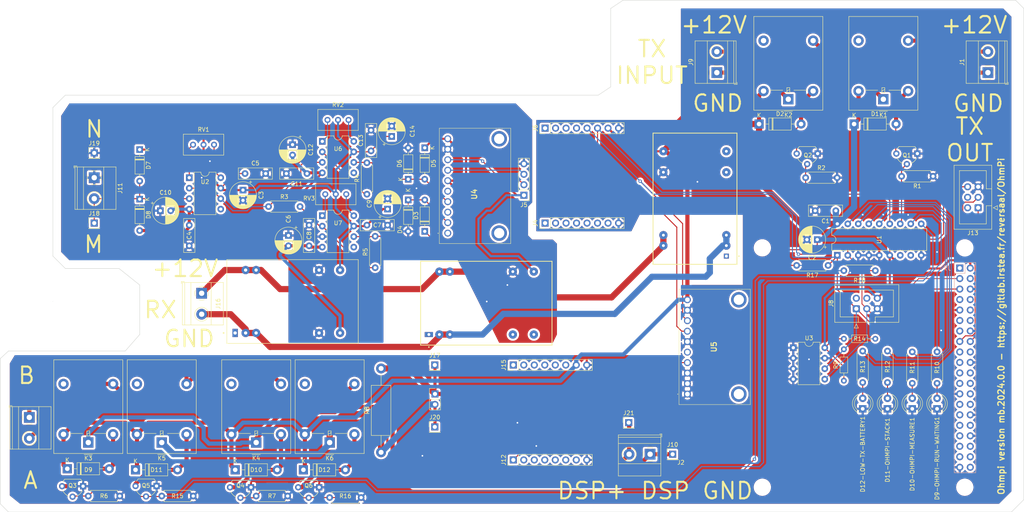
<source format=kicad_pcb>
(kicad_pcb (version 20211014) (generator pcbnew)
  (layers (0 "F.Cu" signal) (31 "B.Cu" signal) (34 "B.Paste" user) (35 "F.Paste" user) (36 "B.SilkS" user "B.Silkscreen") (37 "F.SilkS" user "F.Silkscreen") (38 "B.Mask" user) (39 "F.Mask" user) (44 "Edge.Cuts" user))
  (net 0 "")
  (net 1 "5VD")
  (net 2 "GNDD")
  (net 3 "GNDA")
  (net 4 "Net-(D1-Pad2)")
  (net 6 "SDA1")
  (net 8 "SCL1")
  (net 10 "Net-(R3-Pad2)")
  (net 11 "SCL2")
  (net 12 "SDA2")
  (net 14 "AN")
  (net 28 "SDA3")
  (net 29 "SCL3")
  (net 57 "/Relay_switch_dsp/out_12v_DSP")
  (net 58 "/Relay_switch_dsp/out_GND_DSP")
  (net 59 "/Current_injection_and_measurement/Input_DSP_+_alim")
  (net 60 "/Current_injection_and_measurement/Input_DSP_GND_alim")
  (net 61 "+12V_TX_bat")
  (net 62 "GND_TX_bat")
  (net 63 "/Vmn_measurement/Electrode_M")
  (net 64 "+12V_RX_bat")
  (net 65 "GND_RX_bat")
  (net 67 "-12V_A")
  (net 68 "+12V_A")
  (net 75 "5VA")
  (net 76 "Net-(J14-Pad2)")
  (net 77 "Net-(D5-Pad2)")
  (net 78 "GP2")
  (net 79 "GP3")
  (net 80 "GP0")
  (net 81 "GP1")
  (net 83 "Net-(D2-Pad2)")
  (net 103 "/Current_injection_and_measurement/A")
  (net 104 "/Current_injection_and_measurement/B")
  (net 105 "GP4")
  (net 106 "GP5")
  (net 107 "GP6")
  (net 108 "GP7")
  (net 109 "Net-(D3-Pad2)")
  (net 110 "Net-(D9-OHMPI-RUN-WAITING1-Pad2)")
  (net 111 "Net-(D10-OHMPI-MEASURE1-Pad2)")
  (net 112 "Net-(D11-OHMPI-STACK1-Pad2)")
  (net 113 "Net-(D12-LOW-TX-BATTERY1-Pad2)")
  (net 114 "Net-(R3-Pad1)")
  (net 115 "Net-(R4-Pad1)")
  (net 116 "Net-(RV1-Pad1)")
  (net 117 "Net-(RV1-Pad3)")
  (net 118 "Net-(RV2-Pad1)")
  (net 119 "Net-(RV2-Pad3)")
  (net 120 "Net-(RV3-Pad1)")
  (net 121 "Net-(RV3-Pad3)")
  (net 125 "Net-(D9-Pad2)")
  (net 126 "Net-(D10-Pad2)")
  (net 127 "Net-(D11-Pad2)")
  (net 128 "Net-(D12-Pad2)")
  (footprint "Potentiometer_THT:Potentiometer_Bourns_3296W_Vertical" (layer "F.Cu") (at 98.55 60)
    (fp_text reference "RV2")
    (fp_text value "10K")
  )
  (footprint "Resistor_THT:R_Axial_DIN0207_L6.3mm_D2.5mm_P7.62mm_Horizontal" (layer "F.Cu") (at 43.18 151.13 180)
    (fp_text reference "R6")
    (fp_text value "100k")
  )
  (footprint "TerminalBlock_Phoenix:TerminalBlock_Phoenix_MKDS-1,5-2-5.08_1x02_P5.08mm_Horizontal" (layer "F.Cu") (at 253.305 48.545 90)
    (fp_text reference "J1")
    (fp_text value "DSP_out_12v_GND")
  )
  (footprint "Resistor_THT:R_Axial_DIN0207_L6.3mm_D2.5mm_P7.62mm_Horizontal" (layer "F.Cu") (at 240.03 73.66 180)
    (fp_text reference "R1")
    (fp_text value "100k")
  )
  (footprint "TerminalBlock_Phoenix:TerminalBlock_Phoenix_MKDS-1,5-2-5.08_1x02_P5.08mm_Horizontal" (layer "F.Cu") (at 187.695 48.545 90)
    (fp_text reference "J9")
    (fp_text value "TX_bat")
  )
  (footprint "Relay_THT:Relay_SPDT_Omron-G5LE-1" (layer "F.Cu") (at 93.98 138.1675 180)
    (fp_text reference "K6")
    (fp_text value "G5LE-1")
  )
  (footprint "LED_THT:LED_D4.0mm" (layer "F.Cu") (at 235 130 90)
    (fp_text reference "D10-OHMPI-MEASURE1")
    (fp_text value "LED")
  )
  (footprint "Relay_THT:Relay_SPDT_Omron-G5LE-1" (layer "F.Cu") (at 228 55 180)
    (fp_text reference "K1")
    (fp_text value "G5LE-1")
  )
  (footprint "Connector_PinHeader_2.54mm:PinHeader_1x01_P2.54mm_Vertical" (layer "F.Cu") (at 37 85)
    (fp_text reference "J18")
    (fp_text value "ELEC_M")
  )
  (footprint "Connector_PinHeader_2.54mm:PinHeader_1x01_P2.54mm_Vertical" (layer "F.Cu") (at 119.43 134.38)
    (fp_text reference "J20")
    (fp_text value "shunt +")
  )
  (footprint "" (layer "F.Cu") (at 247.71 150)
    (fp_text reference "")
    (fp_text value "")
  )
  (footprint "Relay_THT:Relay_SPDT_Omron-G5LE-1" (layer "F.Cu") (at 76.2 138.1675 180)
    (fp_text reference "K4")
    (fp_text value "G5LE-1")
  )
  (footprint "Diode_THT:D_DO-41_SOD81_P10.16mm_Horizontal" (layer "F.Cu") (at 71.12 144.78)
    (fp_text reference "D10")
    (fp_text value "1N4001")
  )
  (footprint "" (layer "F.Cu") (at 247.71 91)
    (fp_text reference "")
    (fp_text value "")
  )
  (footprint "Resistor_THT:R_Axial_DIN0207_L6.3mm_D2.5mm_P7.62mm_Horizontal" (layer "F.Cu") (at 209.19 74)
    (fp_text reference "R2")
    (fp_text value "100k")
  )
  (footprint "Diode_THT:D_DO-35_SOD27_P7.62mm_Horizontal" (layer "F.Cu") (at 48 79.19 -90)
    (fp_text reference "D8")
    (fp_text value "BAT86")
  )
  (footprint "Capacitor_THT:C_Disc_D8.0mm_W2.5mm_P5.00mm" (layer "F.Cu") (at 103 85.5)
    (fp_text reference "C7")
    (fp_text value "100nF")
  )
  (footprint "Resistor_THT:R_Axial_DIN0207_L6.3mm_D2.5mm_P7.62mm_Horizontal" (layer "F.Cu") (at 229 116 -90)
    (fp_text reference "R12")
    (fp_text value "330 ohms")
  )
  (footprint "Connector_PinHeader_2.54mm:PinHeader_1x08_P2.54mm_Vertical" (layer "F.Cu") (at 146.125 85 90)
    (fp_text reference "J4")
    (fp_text value "Conn_01x08_Female")
  )
  (footprint "Resistor_THT:R_Axial_DIN0207_L6.3mm_D2.5mm_P7.62mm_Horizontal" (layer "F.Cu") (at 223 116 -90)
    (fp_text reference "R13")
    (fp_text value "330 ohms")
  )
  (footprint "Connector_PinHeader_2.54mm:PinHeader_1x08_P2.54mm_Vertical" (layer "F.Cu") (at 146.125 62 90)
    (fp_text reference "J6")
    (fp_text value "Conn_01x08_Female")
  )
  (footprint "Connector_PinHeader_2.54mm:PinHeader_1x04_P2.54mm_Vertical" (layer "F.Cu") (at 141 78.25 180)
    (fp_text reference "J5")
    (fp_text value "Conn_01x04_Female")
  )
  (footprint "Capacitor_THT:C_Disc_D8.0mm_W2.5mm_P5.00mm" (layer "F.Cu") (at 104 67.5 90)
    (fp_text reference "C13")
    (fp_text value "100nF")
  )
  (footprint "Connector_IDC:IDC-Header_2x03_P2.54mm_Vertical" (layer "F.Cu") (at 250.9425 81.285 180)
    (fp_text reference "J13")
    (fp_text value "Connector_I2C_for_mux")
  )
  (footprint "1085:1085" (layer "F.Cu") (at 122.571 87.43 -90)
    (fp_text reference "U4")
    (fp_text value "1115-Adress=0X49" hide)
  )
  (footprint "Package_DIP:DIP-18_W7.62mm" (layer "F.Cu") (at 216.85 92.8 90)
    (fp_text reference "U1")
    (fp_text value "MCP23008-xP")
  )
  (footprint "THD_15-1222N:CONV_THD_15-1222N" (layer "F.Cu") (at 85 104)
    (fp_text reference "Alim_analog_Vmn_measurement_ina128P_lm158" hide)
    (fp_text value "THD_15-1222N")
  )
  (footprint "Connector_IDC:IDC-Header_2x03_P2.54mm_Vertical" (layer "F.Cu") (at 221.455 105.7525 90)
    (fp_text reference "J8")
    (fp_text value "Connector_I2C_for_MCP23008")
  )
  (footprint "Package_DIP:DIP-8_W7.62mm" (layer "F.Cu") (at 206.2 115.2)
    (fp_text reference "U3")
    (fp_text value "24LC02")
  )
  (footprint "Resistor_THT:R_Axial_DIN0207_L6.3mm_D2.5mm_P7.62mm_Horizontal" (layer "F.Cu") (at 105 95.81 90)
    (fp_text reference "R5")
    (fp_text value "1k")
  )
  (footprint "Connector_PinHeader_2.54mm:PinHeader_1x02_P2.54mm_Vertical" (layer "F.Cu") (at 119.475 126.395)
    (fp_text reference "J14" hide)
    (fp_text value "Conn_01x02_Female")
  )
  (footprint "Resistor_THT:R_Axial_DIN0207_L6.3mm_D2.5mm_P7.62mm_Horizontal" (layer "F.Cu") (at 103 78 90)
    (fp_text reference "R4")
    (fp_text value "1k")
  )
  (footprint "Diode_THT:D_DO-35_SOD27_P7.62mm_Horizontal" (layer "F.Cu") (at 48 67.19 -90)
    (fp_text reference "D7")
    (fp_text value "BAT86")
  )
  (footprint "Diode_THT:D_DO-35_SOD27_P7.62mm_Horizontal" (layer "F.Cu") (at 117 66.76 -90)
    (fp_text reference "D5")
    (fp_text value "BAT86")
  )
  (footprint "Package_TO_SOT_THT:TO-92L_Wide" (layer "F.Cu") (at 91.45 149.01 180)
    (fp_text reference "Q6")
    (fp_text value "ZVN4206ASTZ")
  )
  (footprint "TerminalBlock_Phoenix:TerminalBlock_Phoenix_MKDS-1,5-2-5.08_1x02_P5.08mm_Horizontal" (layer "F.Cu") (at 21.285 132.075 -90)
    (fp_text reference "J3" hide)
    (fp_text value "Screw_Terminal_AB" hide)
  )
  (footprint "Package_TO_SOT_THT:TO-92L_Wide" (layer "F.Cu") (at 52.08 148.7 180)
    (fp_text reference "Q5")
    (fp_text value "ZVN4206ASTZ")
  )
  (footprint "Package_TO_SOT_THT:TO-92L_Wide" (layer "F.Cu") (at 236.23 68.16 180)
    (fp_text reference "Q1")
    (fp_text value "ZVN4206ASTZ")
  )
  (footprint "Resistor_THT:R_Axial_DIN0207_L6.3mm_D2.5mm_P7.62mm_Horizontal" (layer "F.Cu") (at 60.96 151.13 180)
    (fp_text reference "R15")
    (fp_text value "100k")
  )
  (footprint "" (layer "F.Cu") (at 203 149)
    (fp_text reference "")
    (fp_text value "")
  )
  (footprint "Capacitor_THT:C_Disc_D8.0mm_W2.5mm_P5.00mm" (layer "F.Cu") (at 73.5 73)
    (fp_text reference "C5")
    (fp_text value "100nF")
  )
  (footprint "Capacitor_THT:CP_Radial_D6.3mm_P2.50mm" (layer "F.Cu") (at 53 82)
    (fp_text reference "C10")
    (fp_text value "10uF")
  )
  (footprint "Capacitor_THT:CP_Radial_D6.3mm_P2.50mm" (layer "F.Cu") (at 212 89 180)
    (fp_text reference "C2")
    (fp_text value "10uF")
  )
  (footprint "TerminalBlock_Phoenix:TerminalBlock_Phoenix_MKDS-1,5-2-5.08_1x02_P5.08mm_Horizontal" (layer "F.Cu") (at 171.545 141 180)
    (fp_text reference "J2")
    (fp_text value "DPS5005_input_0_to_50V")
  )
  (footprint "Resistor_THT:R_Axial_DIN0207_L6.3mm_D2.5mm_P7.62mm_Horizontal" (layer "F.Cu") (at 226.06 96.52 180)
    (fp_text reference "R18")
    (fp_text value "4.7K")
  )
  (footprint "Package_DIP:DIP-8_W7.62mm" (layer "F.Cu") (at 92.2 65.2)
    (fp_text reference "U6")
    (fp_text value "OP07")
  )
  (footprint "Resistor_THT:R_Axial_DIN0207_L6.3mm_D2.5mm_P7.62mm_Horizontal" (layer "F.Cu") (at 214.63 95.25 180)
    (fp_text reference "R17")
    (fp_text value "4.7K")
  )
  (footprint "Diode_THT:D_DO-35_SOD27_P7.62mm_Horizontal" (layer "F.Cu") (at 113 74.38 90)
    (fp_text reference "D6")
    (fp_text value "BAT86")
  )
  (footprint "Connector_PinHeader_2.54mm:PinHeader_1x01_P2.54mm_Vertical" (layer "F.Cu") (at 37 68)
    (fp_text reference "J19")
    (fp_text value "ELEC_N")
  )
  (footprint "1085:1085" (layer "F.Cu") (at 180.571 126.43 -90)
    (fp_text reference "U5")
    (fp_text value "1115-Adress=0X48" hide)
  )
  (footprint "THD_15-1211N:THD151211N" (layer "F.Cu") (at 118 112 90)
    (fp_text reference "Alim_5V_I2C_isolator_Vmn_measurement1" hide)
    (fp_text value "THD_15-1211N" hide)
  )
  (footprint "LED_THT:LED_D4.0mm" (layer "F.Cu") (at 241 130 90)
    (fp_text reference "D9-OHMPI-RUN-WAITING1")
    (fp_text value "LED")
  )
  (footprint "Diode_THT:D_DO-41_SOD81_P10.16mm_Horizontal" (layer "F.Cu") (at 46.99 144.78)
    (fp_text reference "D11")
    (fp_text value "1N4001")
  )
  (footprint "Diode_THT:D_DO-41_SOD81_P10.16mm_Horizontal" (layer "F.Cu") (at 197.92 61)
    (fp_text reference "D2")
    (fp_text value "1N4001")
  )
  (footprint "Resistor_THT:R_Axial_DIN0207_L6.3mm_D2.5mm_P7.62mm_Horizontal" (layer "F.Cu") (at 83.82 151.13 180)
    (fp_text reference "R7")
    (fp_text value "100k")
  )
  (footprint "Package_DIP:DIP-8_W7.62mm" (layer "F.Cu") (at 92.2 83.2)
    (fp_text reference "U7")
    (fp_text value "OP07")
  )
  (footprint "Capacitor_THT:CP_Radial_D6.3mm_P2.50mm" (layer "F.Cu") (at 108 81.6 90)
    (fp_text reference "C9")
    (fp_text value "10uF")
  )
  (footprint "Diode_THT:D_DO-35_SOD27_P7.62mm_Horizontal" (layer "F.Cu") (at 117 87 90)
    (fp_text reference "D3")
    (fp_text value "BAT86")
  )
  (footprint "Connector_PinHeader_2.54mm:PinHeader_1x08_P2.54mm_Vertical" (layer "F.Cu") (at 138.43 142.38 90)
    (fp_text reference "J12")
    (fp_text value "Conn_01x08_Female")
  )
  (footprint "Connector_PinHeader_2.54mm:PinHeader_1x01_P2.54mm_Vertical" (layer "F.Cu") (at 119.43 119.38)
    (fp_text reference "J17")
    (fp_text value "DSP GND")
  )
  (footprint "Diode_THT:D_DO-41_SOD81_P10.16mm_Horizontal" (layer "F.Cu") (at 87.63 144.78)
    (fp_text reference "D12")
    (fp_text value "1N4001")
  )
  (footprint "Diode_THT:D_DO-41_SOD81_P10.16mm_Horizontal" (layer "F.Cu") (at 220.92 61)
    (fp_text reference "D1")
    (fp_text value "1N4001")
  )
  (footprint "LED_THT:LED_D4.0mm" (layer "F.Cu") (at 229 130 90)
    (fp_text reference "D11-OHMPI-STACK1")
    (fp_text value "LED")
  )
  (footprint "Resistor_THT:R_Axial_DIN0204_L3.6mm_D1.6mm_P7.62mm_Horizontal" (layer "F.Cu") (at 218.44 113.03)
    (fp_text reference "R14")
    (fp_text value "4K7")
  )
  (footprint "Package_TO_SOT_THT:TO-92L_Wide" (layer "F.Cu") (at 74.94 149.01 180)
    (fp_text reference "Q4")
    (fp_text value "ZVN4206ASTZ")
  )
  (footprint "Diode_THT:D_DO-41_SOD81_P10.16mm_Horizontal" (layer "F.Cu") (at 30.48 144.5175)
    (fp_text reference "D9")
    (fp_text value "1N4001")
  )
  (footprint "" (layer "F.Cu") (at 202 91)
    (fp_text reference "")
    (fp_text value "")
  )
  (footprint "Relay_THT:Relay_SPDT_Omron-G5LE-1" (layer "F.Cu") (at 205 55 180)
    (fp_text reference "K2")
    (fp_text value "G5LE-1")
  )
  (footprint "Resistor_THT:R_Axial_DIN0207_L6.3mm_D2.5mm_P7.62mm_Horizontal" (layer "F.Cu") (at 79.19 81)
    (fp_text reference "R3")
    (fp_text value "1k")
  )
  (footprint "Capacitor_THT:C_Disc_D8.0mm_W2.5mm_P5.00mm" (layer "F.Cu") (at 89 90.5 90)
    (fp_text reference "C8")
    (fp_text value "100nF")
  )
  (footprint "Potentiometer_THT:Potentiometer_Bourns_3296W_Vertical" (layer "F.Cu") (at 98 78)
    (fp_text reference "RV3")
    (fp_text value "10K")
  )
  (footprint "THD_15-1211N:THD151211N" (layer "F.Cu") (at 190 93 180)
    (fp_text reference "Alim_5V_Digital_rasp_iso1540_mcp23008_current_7_click1" hide)
    (fp_text value "THD_15-1211N" hide)
  )
  (footprint "Package_TO_SOT_THT:TO-92L_Wide" (layer "F.Cu") (at 34.3 148.7475 180)
    (fp_text reference "Q3")
    (fp_text value "ZVN4206ASTZ")
  )
  (footprint "Capacitor_THT:CP_Radial_D6.3mm_P2.50mm" (layer "F.Cu") (at 73 77 -90)
    (fp_text reference "C3")
    (fp_text value "10uF")
  )
  (footprint "Potentiometer_THT:Potentiometer_Bourns_3296W_Vertical" (layer "F.Cu") (at 66 66)
    (fp_text reference "RV1")
    (fp_text value "10K")
  )
  (footprint "Resistor_THT:R_Axial_DIN0207_L6.3mm_D2.5mm_P7.62mm_Horizontal" (layer "F.Cu") (at 101.6 151.5 180)
    (fp_text reference "R16")
    (fp_text value "100k")
  )
  (footprint "Capacitor_THT:CP_Radial_D6.3mm_P2.50mm" (layer "F.Cu") (at 84 88 -90)
    (fp_text reference "C6")
    (fp_text value "10uF")
  )
  (footprint "Resistor_THT:R_Axial_DIN0204_L3.6mm_D1.6mm_P7.62mm_Horizontal" (layer "F.Cu") (at 218.44 123.19 90)
    (fp_text reference "R9")
    (fp_text value "4K7")
  )
  (footprint "Resistor_THT:R_Axial_DIN0207_L6.3mm_D2.5mm_P7.62mm_Horizontal" (layer "F.Cu") (at 241 116.19 -90)
    (fp_text reference "R10")
    (fp_text value "330 ohms")
  )
  (footprint "Connector_PinHeader_2.54mm:PinHeader_1x01_P2.54mm_Vertical" (layer "F.Cu") (at 177 141)
    (fp_text reference "J10")
    (fp_text value "DSP+")
  )
  (footprint "LED_THT:LED_D4.0mm" (layer "F.Cu") (at 223 130 90)
    (fp_text reference "D12-LOW-TX-BATTERY1")
    (fp_text value "LED")
  )
  (footprint "Connector_PinHeader_2.54mm:PinHeader_1x01_P2.54mm_Vertical" (layer "F.Cu") (at 166.37 133.35)
    (fp_text reference "J21")
    (fp_text value "shunt -")
  )
  (footprint "Capacitor_THT:CP_Radial_D6.3mm_P2.50mm" (layer "F.Cu") (at 109 64 90)
    (fp_text reference "C14")
    (fp_text value "10uF")
  )
  (footprint "Package_DIP:DIP-8_W7.62mm" (layer "F.Cu") (at 60 74)
    (fp_text reference "U2")
    (fp_text value "OP07")
  )
  (footprint "Capacitor_THT:C_Disc_D8.0mm_W2.5mm_P5.00mm" (layer "F.Cu") (at 60 85.5 -90)
    (fp_text reference "C4")
    (fp_text value "100nF")
  )
  (footprint "TerminalBlock_Phoenix:TerminalBlock_Phoenix_MKDS-1,5-2-5.08_1x02_P5.08mm_Horizontal" (layer "F.Cu") (at 63 102 -90)
    (fp_text reference "J16")
    (fp_text value "RX_bat")
  )
  (footprint "Capacitor_THT:C_Disc_D8.0mm_W2.5mm_P5.00mm" (layer "F.Cu") (at 88.5 73 180)
    (fp_text reference "C11")
    (fp_text value "100nF")
  )
  (footprint "Capacitor_THT:C_Disc_D8.0mm_W2.5mm_P5.00mm" (layer "F.Cu") (at 216.5 82 180)
    (fp_text reference "C1")
    (fp_text value "100nF")
  )
  (footprint "Diode_THT:D_DO-35_SOD27_P7.62mm_Horizontal" (layer "F.Cu") (at 113 79.38 -90)
    (fp_text reference "D4")
    (fp_text value "BAT86")
  )
  (footprint "Relay_THT:Relay_SPDT_Omron-G5LE-1" (layer "F.Cu") (at 35.56 138.1675 180)
    (fp_text reference "K3")
    (fp_text value "G5LE-1")
  )
  (footprint "Resistor_THT:R_Axial_DIN0414_L11.9mm_D4.5mm_P20.32mm_Horizontal" (layer "F.Cu") (at 106.43 140.54 90)
    (fp_text reference "R8")
    (fp_text value "2 ohms")
  )
  (footprint "Resistor_THT:R_Axial_DIN0207_L6.3mm_D2.5mm_P7.62mm_Horizontal" (layer "F.Cu") (at 235 116.19 -90)
    (fp_text reference "R11")
    (fp_text value "330 ohms")
  )
  (footprint "TerminalBlock_Phoenix:TerminalBlock_Phoenix_MKDS-1,5-2-5.08_1x02_P5.08mm_Horizontal" (layer "F.Cu") (at 37 74 -90)
    (fp_text reference "J11")
    (fp_text value "Screw_Terminal_VMN")
  )
  (footprint "Capacitor_THT:CP_Radial_D6.3mm_P2.50mm" (layer "F.Cu") (at 85 66 -90)
    (fp_text reference "C12")
    (fp_text value "10uF")
  )
  (footprint "Connector_PinHeader_2.54mm:PinHeader_1x08_P2.54mm_Vertical" (layer "F.Cu") (at 138.43 119.38 90)
    (fp_text reference "J15")
    (fp_text value "Conn_01x08_Female")
  )
  (footprint "Relay_THT:Relay_SPDT_Omron-G5LE-1" (layer "F.Cu") (at 53.34 138.1675 180)
    (fp_text reference "K5")
    (fp_text value "G5LE-1")
  )
  (footprint "Package_TO_SOT_THT:TO-92L_Wide" (layer "F.Cu") (at 212.1 68.16 180)
    (fp_text reference "Q2")
    (fp_text value "ZVN4206ASTZ")
  )
  (footprint "Connector_PinSocket_2.54mm:PinSocket_2x20_P2.54mm_Vertical" (layer "B.Cu") (at 246.5 95.9 180)
    (fp_text reference "J7")
    (fp_text value "Raspberry_Pi_2_3")
  )
  (gr_line (start 165 31) (end 162 33) (layer "Edge.Cuts") (width 0.1))
  (gr_line (start 44.5 116) (end 16.24 116) (layer "Edge.Cuts") (width 0.1))
  (gr_line (start 162 33) (end 162 52) (layer "Edge.Cuts") (width 0.1))
  (gr_line (start 27 93) (end 30 96) (layer "Edge.Cuts") (width 0.1))
  (gr_line (start 30 54) (end 27 57) (layer "Edge.Cuts") (width 0.1))
  (gr_line (start 48 100) (end 43 96) (layer "Edge.Cuts") (width 0.1))
  (gr_line (start 159 54) (end 30 54) (layer "Edge.Cuts") (width 0.1))
  (gr_line (start 260 31) (end 165 31) (layer "Edge.Cuts") (width 0.1))
  (gr_line (start 27 104) (end 27 104) (layer "Edge.Cuts") (width 0.1))
  (gr_line (start 262 152) (end 262 33) (layer "Edge.Cuts") (width 0.1))
  (gr_line (start 30 96) (end 43 96) (layer "Edge.Cuts") (width 0.1))
  (gr_line (start 16.24 116) (end 14.24 117.84) (layer "Edge.Cuts") (width 0.1))
  (gr_line (start 162 52) (end 159 54) (layer "Edge.Cuts") (width 0.1))
  (gr_line (start 14.24 153) (end 16.24 155) (layer "Edge.Cuts") (width 0.1))
  (gr_line (start 14.24 117.84) (end 14.24 153) (layer "Edge.Cuts") (width 0.1))
  (gr_line (start 259 155) (end 262 152) (layer "Edge.Cuts") (width 0.1))
  (gr_line (start 48 112) (end 48 100) (layer "Edge.Cuts") (width 0.1))
  (gr_line (start 27 57) (end 27 93) (layer "Edge.Cuts") (width 0.1))
  (gr_line (start 48 112) (end 44.5 116) (layer "Edge.Cuts") (width 0.1))
  (gr_line (start 16.24 155) (end 259 155) (layer "Edge.Cuts") (width 0.1))
  (gr_line (start 260 31) (end 262 33) (layer "Edge.Cuts") (width 0.1))
  (gr_text "+12V" (at 187 37) (layer "F.SilkS") (effects (font (size 4 4) (thickness 0.5))))
  (gr_text "DSP GND" (at 182.88 149.86) (layer "F.SilkS") (effects (font (size 4 4) (thickness 0.5))))
  (gr_text "M" (at 36.83 90.17) (layer "F.SilkS") (effects (font (size 4 4) (thickness 0.5))))
  (gr_text "B" (at 20.601958 121.92) (layer "F.SilkS") (effects (font (size 4 4) (thickness 0.5))))
  (gr_text "RX" (at 53 106) (layer "F.SilkS") (effects (font (size 4 4) (thickness 0.5))))
  (gr_text "GND" (at 251 56) (layer "F.SilkS") (effects (font (size 4 4) (thickness 0.5))))
  (gr_text "GND" (at 187.932659 55.972876) (layer "F.SilkS") (effects (font (size 4 4) (thickness 0.5))))
  (gr_text "TX\nOUT" (at 248.92 64.77) (layer "F.SilkS") (effects (font (size 4 4) (thickness 0.5))))
  (gr_text "GND" (at 60 113) (layer "F.SilkS") (effects (font (size 4 4) (thickness 0.5))))
  (gr_text "Ohmpi version mb.2024.0.0 - https://gitlab.irstea.fr/reversaal/OhmPi" (at 256.54 110 90) (layer "F.SilkS") (effects (font (size 1.5 1.5) (thickness 0.3))))
  (gr_text "+12V" (at 59 96) (layer "F.SilkS") (effects (font (size 4 4) (thickness 0.5))))
  (gr_text "DSP+" (at 157.48 149.86) (layer "F.SilkS") (effects (font (size 4 4) (thickness 0.5))))
  (gr_text "+12V" (at 250 37) (layer "F.SilkS") (effects (font (size 4 4) (thickness 0.5))))
  (gr_text "N" (at 37 62.23) (layer "F.SilkS") (effects (font (size 4 4) (thickness 0.5))))
  (gr_text "A" (at 21.5855 147.32) (layer "F.SilkS") (effects (font (size 4 4) (thickness 0.5))))
  (gr_text "TX\nINPUT" (at 172 46) (layer "F.SilkS") (effects (font (size 4 4) (thickness 0.5))))
  (segment (start 246.385 76.205) (end 246.38 76.2) (width 0.25) (layer "F.Cu") (net 1))
  (segment (start 242 96) (end 244 94) (width 0.5) (layer "F.Cu") (net 1))
  (segment (start 241.3 88.9) (end 231.14 88.9) (width 0.25) (layer "F.Cu") (net 1))
  (segment (start 199 53) (end 197.92 54.08) (width 1) (layer "F.Cu") (net 1))
  (segment (start 242.57 80.01) (end 242.57 87.63) (width 0.25) (layer "F.Cu") (net 1))
  (segment (start 47.34 136.1675) (end 47.34 144.43) (width 1) (layer "F.Cu") (net 1))
  (segment (start 47.34 136.1675) (end 50.1575 133.35) (width 1) (layer "F.Cu") (net 1))
  (segment (start 207.01 95.25) (end 205.74 95.25) (width 0.25) (layer "F.Cu") (net 1))
  (segment (start 197.92 54.08) (end 197.92 61) (width 1) (layer "F.Cu") (net 1))
  (segment (start 67.3825 133.35) (end 70.2 136.1675) (width 1) (layer "F.Cu") (net 1))
  (segment (start 242.57 87.63) (end 241.3 88.9) (width 0.25) (layer "F.Cu") (net 1))
  (segment (start 244 94) (end 248.342081 94) (width 0.5) (layer "F.Cu") (net 1))
  (segment (start 229.55 92.8) (end 232.75 96) (width 0.5) (layer "F.Cu") (net 1))
  (segment (start 232.75 96) (end 242 96) (width 0.5) (layer "F.Cu") (net 1))
  (segment (start 174.76 67.6) (end 166.965 67.6) (width 0.5) (layer "F.Cu") (net 1))
  (segment (start 229.55 90.49) (end 229.55 92.8) (width 0.25) (layer "F.Cu") (net 1))
  (segment (start 204.47 93.98) (end 204.47 91.44) (width 0.25) (layer "F.Cu") (net 1))
  (segment (start 87.98 136.1675) (end 87.98 144.43) (width 1) (layer "F.Cu") (net 1))
  (segment (start 248.4025 76.205) (end 246.385 76.205) (width 0.25) (layer "F.Cu") (net 1))
  (segment (start 181.36 61) (end 174.76 67.6) (width 1.5) (layer "F.Cu") (net 1))
  (segment (start 70.2 143.86) (end 71.12 144.78) (width 1) (layer "F.Cu") (net 1))
  (segment (start 44.5225 133.35) (end 47.34 136.1675) (width 1) (layer "F.Cu") (net 1))
  (segment (start 29.56 143.5975) (end 30.48 144.5175) (width 1) (layer "F.Cu") (net 1))
  (segment (start 210.82 91.44) (end 212 90.26) (width 0.25) (layer "F.Cu") (net 1))
  (segment (start 180.571 72.771) (end 175.4 67.6) (width 1) (layer "F.Cu") (net 1))
  (segment (start 218.44 113.03) (end 215.99 113.03) (width 0.25) (layer "F.Cu") (net 1))
  (segment (start 222 59.92) (end 220.92 61) (width 1) (layer "F.Cu") (net 1))
  (segment (start 212 90.26) (end 212 89) (width 0.25) (layer "F.Cu") (net 1))
  (segment (start 87.98 144.43) (end 87.63 144.78) (width 1) (layer "F.Cu") (net 1))
  (segment (start 246.38 76.2) (end 242.57 80.01) (width 0.25) (layer "F.Cu") (net 1))
  (segment (start 197.92 61) (end 181.36 61) (width 1.5) (layer "F.Cu") (net 1))
  (segment (start 213.82 115.2) (end 218.44 119.82) (width 0.25) (layer "F.Cu") (net 1))
  (segment (start 166.965 67.6) (end 161.365 62) (width 0.5) (layer "F.Cu") (net 1))
  (segment (start 205.74 95.25) (end 204.47 93.98) (width 0.25) (layer "F.Cu") (net 1))
  (segment (start 180.571 103.57) (end 180.571 72.771) (width 1) (layer "F.Cu") (net 1))
  (segment (start 249.04 94.697919) (end 249.04 95.9) (width 0.5) (layer "F.Cu") (net 1))
  (segment (start 50.1575 133.35) (end 67.3825 133.35) (width 1) (layer "F.Cu") (net 1))
  (segment (start 70.2 136.1675) (end 70.2 143.86) (width 1) (layer "F.Cu") (net 1))
  (segment (start 216.85 85.18) (end 208.18 85.18) (width 1.5) (layer "F.Cu") (net 1))
  (segment (start 197.92 74.92) (end 197.92 61) (width 1.5) (layer "F.Cu") (net 1))
  (segment (start 248.342081 94) (end 249.04 94.697919) (width 0.5) (layer "F.Cu") (net 1))
  (segment (start 29.56 136.1675) (end 29.56 143.5975) (width 1) (layer "F.Cu") (net 1))
  (segment (start 208.18 85.18) (end 197.92 74.92) (width 1.5) (layer "F.Cu") (net 1))
  (segment (start 218.44 119.82) (end 218.44 123.19) (width 0.25) (layer "F.Cu") (net 1))
  (segment (start 29.56 136.1675) (end 32.3775 133.35) (width 1) (layer "F.Cu") (net 1))
  (segment (start 222 53) (end 222 59.92) (width 1) (layer "F.Cu") (net 1))
  (segment (start 229.55 100.1975) (end 226.535 103.2125) (width 0.5) (layer "F.Cu") (net 1))
  (segment (start 47.34 144.43) (end 46.99 144.78) (width 1) (layer "F.Cu") (net 1))
  (segment (start 204.47 91.44) (end 210.82 91.44) (width 0.25) (layer "F.Cu") (net 1))
  (segment (start 215.99 113.03) (end 213.82 115.2) (width 0.25) (layer "F.Cu") (net 1))
  (segment (start 231.14 88.9) (end 229.55 90.49) (width 0.25) (layer "F.Cu") (net 1))
  (segment (start 229.55 92.8) (end 229.55 100.1975) (width 0.5) (layer "F.Cu") (net 1))
  (segment (start 32.3775 133.35) (end 44.5225 133.35) (width 1) (layer "F.Cu") (net 1))
  (segment (start 225.75 89) (end 229.55 92.8) (width 1) (layer "B.Cu") (net 1))
  (segment (start 220.92 61) (end 220.92 81.11) (width 1.5) (layer "B.Cu") (net 1))
  (segment (start 213.82 103.18) (end 216 101) (width 0.5) (layer "B.Cu") (net 1))
  (segment (start 180.571 103.57) (end 178.37 103.57) (width 1) (layer "B.Cu") (net 1))
  (segment (start 92.0675 132.08) (end 87.98 136.1675) (width 1) (layer "B.Cu") (net 1))
  (segment (start 109.22 123.19) (end 100.33 132.08) (width 1) (layer "B.Cu") (net 1))
  (segment (start 216.5 82) (end 216.5 84.83) (width 1.5) (layer "B.Cu") (net 1))
  (segment (start 213.82 115.2) (end 213.82 103.18) (width 0.5) (layer "B.Cu") (net 1))
  (segment (start 224.3225 101) (end 226.535 103.2125) (width 0.5) (layer "B.Cu") (net 1))
  (segment (start 153.67 118.11) (end 154.94 116.84) (width 1) (layer "B.Cu") (net 1))
  (segment (start 209.55 95.25) (end 210.82 96.52) (width 0.25) (layer "B.Cu") (net 1))
  (segment (start 100.33 132.08) (end 92.0675 132.08) (width 1) (layer "B.Cu") (net 1))
  (segment (start 210.82 96.52) (end 218.44 96.52) (width 0.25) (layer "B.Cu") (net 1))
  (segment (start 216 101) (end 224.3225 101) (width 0.5) (layer "B.Cu") (net 1))
  (segment (start 212 89) (end 225.75 89) (width 1) (layer "B.Cu") (net 1))
  (segment (start 85.1625 133.35) (end 87.98 136.1675) (width 1) (layer "B.Cu") (net 1))
  (segment (start 213.03 89) (end 216.85 85.18) (width 1) (layer "B.Cu") (net 1))
  (segment (start 178.37 103.57) (end 165.1 116.84) (width 1) (layer "B.Cu") (net 1))
  (segment (start 154.94 116.84) (end 165.1 116.84) (width 1) (layer "B.Cu") (net 1))
  (segment (start 207.01 95.25) (end 209.55 95.25) (width 0.25) (layer "B.Cu") (net 1))
  (segment (start 153.67 119.38) (end 149.86 123.19) (width 1) (layer "B.Cu") (net 1))
  (segment (start 149.86 123.19) (end 109.22 123.19) (width 1) (layer "B.Cu") (net 1))
  (segment (start 70.2 136.1675) (end 73.0175 133.35) (width 1) (layer "B.Cu") (net 1))
  (segment (start 216.5 84.83) (end 216.85 85.18) (width 1.5) (layer "B.Cu") (net 1))
  (segment (start 212 89) (end 213.03 89) (width 1) (layer "B.Cu") (net 1))
  (segment (start 73.0175 133.35) (end 85.1625 133.35) (width 1) (layer "B.Cu") (net 1))
  (segment (start 153.67 119.38) (end 153.67 118.11) (width 1) (layer "B.Cu") (net 1))
  (segment (start 220.92 81.11) (end 216.85 85.18) (width 1.5) (layer "B.Cu") (net 1))
  (via (at 220 97) (size 0.8) (drill 0.4) (layers "F.Cu" "B.Cu") (net 2))
  (via (at 227.96551 82.95523) (size 0.8) (drill 0.4) (layers "F.Cu" "B.Cu") (net 2))
  (via (at 242 111) (size 0.8) (drill 0.4) (layers "F.Cu" "B.Cu") (net 2))
  (via (at 116.43 141.38) (size 0.8) (drill 0.4) (layers "F.Cu" "B.Cu") (net 2))
  (via (at 183 75) (size 0.8) (drill 0.4) (layers "F.Cu" "B.Cu") (net 2))
  (via (at 210 118) (size 0.8) (drill 0.4) (layers "F.Cu" "B.Cu") (net 2))
  (via (at 234 83) (size 0.8) (drill 0.4) (layers "F.Cu" "B.Cu") (net 2))
  (via (at 144 139) (size 0.8) (drill 0.4) (layers "F.Cu" "B.Cu") (net 2))
  (via (at 222.997158 82.95523) (size 0.8) (drill 0.4) (layers "F.Cu" "B.Cu") (net 2))
  (via (at 226 109) (size 0.8) (drill 0.4) (layers "F.Cu" "B.Cu") (net 2))
  (via (at 139.43 133.38) (size 0.8) (drill 0.4) (layers "F.Cu" "B.Cu") (net 2))
  (via (at 241 92) (size 0.8) (drill 0.4) (layers "F.Cu" "B.Cu") (net 2))
  (via (at 65 70) (size 0.8) (drill 0.4) (layers "F.Cu" "B.Cu") (net 3))
  (via (at 137 100) (size 0.8) (drill 0.4) (layers "F.Cu" "B.Cu") (net 3))
  (via (at 115 76.57) (size 0.8) (drill 0.4) (layers "F.Cu" "B.Cu") (net 3))
  (via (at 132 104) (size 0.8) (drill 0.4) (layers "F.Cu" "B.Cu") (net 3))
  (via (at 63 74) (size 0.8) (drill 0.4) (layers "F.Cu" "B.Cu") (net 3))
  (segment (start 231 68.16) (end 231 61.08) (width 0.25) (layer "F.Cu") (net 4))
  (segment (start 231.08 61) (end 231.08 55.92) (width 1) (layer "F.Cu") (net 4))
  (segment (start 231.08 55.92) (end 234 53) (width 1) (layer "F.Cu") (net 4))
  (segment (start 231 61.08) (end 231.08 61) (width 0.25) (layer "F.Cu") (net 4))
  (segment (start 213.46 92.54) (end 215 91) (width 0.25) (layer "F.Cu") (net 6))
  (segment (start 178 86) (end 178 110) (width 0.25) (layer "F.Cu") (net 6))
  (segment (start 223.11 96.52) (end 222.820489 96.230489) (width 0.25) (layer "F.Cu") (net 6))
  (segment (start 215 91) (end 219 91) (width 0.25) (layer "F.Cu") (net 6))
  (segment (start 222.820489 96.230489) (end 219.39 92.8) (width 0.2) (layer "F.Cu") (net 6))
  (segment (start 219.39 91.39) (end 219.39 92.8) (width 0.25) (layer "F.Cu") (net 6))
  (segment (start 223.995 105.7525) (end 226.2425 108) (width 0.2) (layer "F.Cu") (net 6))
  (segment (start 207.46 92.54) (end 213.46 92.54) (width 0.25) (layer "F.Cu") (net 6))
  (segment (start 179.19 111.19) (end 180.571 111.19) (width 0.25) (layer "F.Cu") (net 6))
  (segment (start 223.995 105.7525) (end 222.820489 104.577989) (width 0.2) (layer "F.Cu") (net 6))
  (segment (start 219 91) (end 219.39 91.39) (width 0.25) (layer "F.Cu") (net 6))
  (segment (start 222.820489 104.577989) (end 222.820489 96.230489) (width 0.2) (layer "F.Cu") (net 6))
  (segment (start 158.825 66.825) (end 178 86) (width 0.25) (layer "F.Cu") (net 6))
  (segment (start 227 108) (end 236.56 98.44) (width 0.2) (layer "F.Cu") (net 6))
  (segment (start 178 110) (end 179.19 111.19) (width 0.25) (layer "F.Cu") (net 6))
  (segment (start 158.825 62) (end 158.825 66.825) (width 0.25) (layer "F.Cu") (net 6))
  (segment (start 226.2425 108) (end 227 108) (width 0.2) (layer "F.Cu") (net 6))
  (segment (start 226.06 96.52) (end 223.11 96.52) (width 0.25) (layer "F.Cu") (net 6))
  (segment (start 236.56 98.44) (end 246.5 98.44) (width 0.2) (layer "F.Cu") (net 6))
  (via (at 207.46 92.54) (size 0.8) (drill 0.4) (layers "F.Cu" "B.Cu") (net 6))
  (segment (start 223.995 112.645) (end 213.82 122.82) (width 0.2) (layer "B.Cu") (net 6))
  (segment (start 201.186198 77.55048) (end 207 83.364282) (width 0.25) (layer "B.Cu") (net 6))
  (segment (start 171.9125 75.0875) (end 174.37548 77.55048) (width 0.25) (layer "B.Cu") (net 6))
  (segment (start 223.995 105.7525) (end 223.995 112.555) (width 0.2) (layer "B.Cu") (net 6))
  (segment (start 174.37548 77.55048) (end 201.186198 77.55048) (width 0.25) (layer "B.Cu") (net 6))
  (segment (start 223.995 112.555) (end 223.995 112.645) (width 0.2) (layer "B.Cu") (net 6))
  (segment (start 224.47 113.03) (end 223.995 112.555) (width 0.25) (layer "B.Cu") (net 6))
  (segment (start 207 83.364282) (end 207 92.08) (width 0.25) (layer "B.Cu") (net 6))
  (segment (start 158.825 62) (end 171.9125 75.0875) (width 0.25) (layer "B.Cu") (net 6))
  (segment (start 207 92.08) (end 207.46 92.54) (width 0.25) (layer "B.Cu") (net 6))
  (segment (start 226.06 113.03) (end 224.47 113.03) (width 0.25) (layer "B.Cu") (net 6))
  (segment (start 179.413989 107.492989) (end 179.413989 85.128989) (width 0.25) (layer "F.Cu") (net 8))
  (segment (start 225.7025 110) (end 221.455 105.7525) (width 0.25) (layer "F.Cu") (net 8))
  (segment (start 216.85 92.8) (end 216.85 93.03) (width 0.25) (layer "F.Cu") (net 8))
  (segment (start 227 110) (end 225.7025 110) (width 0.25) (layer "F.Cu") (net 8))
  (segment (start 236.02 100.98) (end 227 110) (width 0.25) (layer "F.Cu") (net 8))
  (segment (start 216.85 92.8) (end 216.85 101.1475) (width 0.25) (layer "F.Cu") (net 8))
  (segment (start 216.85 93.03) (end 214.63 95.25) (width 0.25) (layer "F.Cu") (net 8))
  (segment (start 180.571 108.65) (end 179.413989 107.492989) (width 0.25) (layer "F.Cu") (net 8))
  (segment (start 216.85 101.1475) (end 221.455 105.7525) (width 0.25) (layer "F.Cu") (net 8))
  (segment (start 246.5 100.98) (end 236.02 100.98) (width 0.25) (layer "F.Cu") (net 8))
  (segment (start 179.413989 85.128989) (end 169.1425 74.8575) (width 0.25) (layer "F.Cu") (net 8))
  (via (at 169.1425 74.8575) (size 0.8) (drill 0.4) (layers "F.Cu" "B.Cu") (net 8))
  (segment (start 206.184511 93.264511) (end 216.385489 93.264511) (width 0.25) (layer "B.Cu") (net 8))
  (segment (start 221.455 112.645) (end 221.455 105.7525) (width 0.25) (layer "B.Cu") (net 8))
  (segment (start 156.285 62) (end 169.1425 74.8575) (width 0.25) (layer "B.Cu") (net 8))
  (segment (start 213.82 120.28) (end 221.455 112.645) (width 0.25) (layer "B.Cu") (net 8))
  (segment (start 169.1425 74.8575) (end 172.285 78) (width 0.25) (layer "B.Cu") (net 8))
  (segment (start 201 78) (end 206 83) (width 0.25) (layer "B.Cu") (net 8))
  (segment (start 206 93.08) (end 206.184511 93.264511) (width 0.25) (layer "B.Cu") (net 8))
  (segment (start 172.285 78) (end 201 78) (width 0.25) (layer "B.Cu") (net 8))
  (segment (start 206 83) (end 206 93.08) (width 0.25) (layer "B.Cu") (net 8))
  (segment (start 216.385489 93.264511) (end 216.85 92.8) (width 0.25) (layer "B.Cu") (net 8))
  (segment (start 92.2 85.74) (end 102.27 95.81) (width 0.25) (layer "F.Cu") (net 10))
  (segment (start 86.81 81) (end 91.55 85.74) (width 0.25) (layer "F.Cu") (net 10))
  (segment (start 102.27 95.81) (end 105 95.81) (width 0.25) (layer "F.Cu") (net 10))
  (segment (start 91.55 85.74) (end 92.2 85.74) (width 0.25) (layer "F.Cu") (net 10))
  (segment (start 131 70) (end 134.96 73.96) (width 0.25) (layer "F.Cu") (net 11))
  (segment (start 139.25 73.96) (end 141 75.71) (width 0.25) (layer "F.Cu") (net 11))
  (segment (start 134.96 73.96) (end 139.25 73.96) (width 0.25) (layer "F.Cu") (net 11))
  (via (at 131 70) (size 0.8) (drill 0.4) (layers "F.Cu" "B.Cu") (net 11))
  (segment (start 131 70) (end 130.65 69.65) (width 0.25) (layer "B.Cu") (net 11))
  (segment (start 130.65 69.65) (end 122.571 69.65) (width 0.25) (layer "B.Cu") (net 11))
  (segment (start 140.02 72.19) (end 141 73.17) (width 0.25) (layer "B.Cu") (net 12))
  (segment (start 140.02 72.19) (end 122.571 72.19) (width 0.25) (layer "B.Cu") (net 12))
  (segment (start 162 118.81) (end 138.43 142.38) (width 0.25) (layer "F.Cu") (net 14))
  (segment (start 180.571 118.81) (end 162 118.81) (width 0.25) (layer "F.Cu") (net 14))
  (segment (start 247.865 112.315) (end 249.526701 112.315) (width 0.25) (layer "F.Cu") (net 28))
  (segment (start 247.74 79.92) (end 249.7675 79.92) (width 0.25) (layer "F.Cu") (net 28))
  (segment (start 249.7675 79.92) (end 250.9425 78.745) (width 0.25) (layer "F.Cu") (net 28))
  (segment (start 246.5 113.68) (end 247.865 112.315) (width 0.25) (layer "F.Cu") (net 28))
  (segment (start 249.526701 112.315) (end 250.215 111.626701) (width 0.25) (layer "F.Cu") (net 28))
  (segment (start 250.215 111.626701) (end 250.215 85.115) (width 0.25) (layer "F.Cu") (net 28))
  (segment (start 247.2275 82.1275) (end 247.2275 80.4325) (width 0.25) (layer "F.Cu") (net 28))
  (segment (start 247.2275 80.4325) (end 247.74 79.92) (width 0.25) (layer "F.Cu") (net 28))
  (segment (start 250.215 85.115) (end 247.2275 82.1275) (width 0.25) (layer "F.Cu") (net 28))
  (segment (start 249.04 113.68) (end 250.9425 111.7775) (width 0.25) (layer "F.Cu") (net 29))
  (segment (start 250.9425 111.7775) (end 250.9425 81.285) (width 0.25) (layer "F.Cu") (net 29))
  (segment (start 243.545 48.545) (end 239 44) (width 1) (layer "F.Cu") (net 57))
  (segment (start 214.2 44) (end 211 40.8) (width 1) (layer "F.Cu") (net 57))
  (segment (start 253.305 48.545) (end 243.545 48.545) (width 1) (layer "F.Cu") (net 57))
  (segment (start 239 44) (end 214.2 44) (width 1) (layer "F.Cu") (net 57))
  (segment (start 245.8 40.8) (end 248.465 43.465) (width 1) (layer "F.Cu") (net 58))
  (segment (start 248.465 43.465) (end 253.305 43.465) (width 1) (layer "F.Cu") (net 58))
  (segment (start 234 40.8) (end 245.8 40.8) (width 1) (layer "F.Cu") (net 58))
  (segment (start 95.25 130.81) (end 82.55 130.81) (width 1) (layer "F.Cu") (net 59))
  (segment (start 109.22 143.51) (end 109.22 130.81) (width 1) (layer "F.Cu") (net 59))
  (segment (start 96.52 129.54) (end 95.25 130.81) (width 1) (layer "F.Cu") (net 59))
  (segment (start 171.545 141) (end 163.955 148.59) (width 1) (layer "F.Cu") (net 59))
  (segment (start 76.2 137.16) (end 76.2 138.1675) (width 1) (layer "F.Cu") (net 59))
  (segment (start 109.22 130.81) (end 107.95 129.54) (width 1) (layer "F.Cu") (net 59))
  (segment (start 163.955 148.59) (end 114.3 148.59) (width 1) (layer "F.Cu") (net 59))
  (segment (start 107.95 129.54) (end 96.52 129.54) (width 1) (layer "F.Cu") (net 59))
  (segment (start 114.3 148.59) (end 109.22 143.51) (width 1) (layer "F.Cu") (net 59))
  (segment (start 82.55 130.81) (end 76.2 137.16) (width 1) (layer "F.Cu") (net 59))
  (segment (start 171.545 141) (end 177 141) (width 1) (layer "F.Cu") (net 59))
  (segment (start 72.6525 138.1675) (end 72.39 138.43) (width 1) (layer "B.Cu") (net 59))
  (segment (start 64.77 138.43) (end 63.5 137.16) (width 1) (layer "B.Cu") (net 59))
  (segment (start 63.5 134.62) (end 60.96 132.08) (width 1) (layer "B.Cu") (net 59))
  (segment (start 76.2 138.1675) (end 72.6525 138.1675) (width 1) (layer "B.Cu") (net 59))
  (segment (start 39.37 132.08) (end 35.56 135.89) (width 1) (layer "B.Cu") (net 59))
  (segment (start 72.39 138.43) (end 64.77 138.43) (width 1) (layer "B.Cu") (net 59))
  (segment (start 60.96 132.08) (end 39.37 132.08) (width 1) (layer "B.Cu") (net 59))
  (segment (start 63.5 137.16) (end 63.5 134.62) (width 1) (layer "B.Cu") (net 59))
  (segment (start 35.56 135.89) (end 35.56 138.1675) (width 1) (layer "B.Cu") (net 59))
  (segment (start 119.475 126.395) (end 123.445 126.395) (width 1) (layer "F.Cu") (net 60))
  (segment (start 124.43 127.38) (end 124.43 144.38) (width 1) (layer "F.Cu") (net 60))
  (segment (start 166.465 141) (end 162.085 145.38) (width 1) (layer "F.Cu") (net 60))
  (segment (start 123.445 126.395) (end 124.43 127.38) (width 1) (layer "F.Cu") (net 60))
  (segment (start 124.43 144.38) (end 125.43 145.38) (width 1) (layer "F.Cu") (net 60))
  (segment (start 106.43 120.22) (end 113.3 120.22) (width 1.5) (layer "F.Cu") (net 60))
  (segment (start 119.475 119.425) (end 119.43 119.38) (width 0.75) (layer "F.Cu") (net 60))
  (segment (start 113.445 120.365) (end 119.475 126.395) (width 1.5) (layer "F.Cu") (net 60))
  (segment (start 166.465 141) (end 166.465 133.445) (width 1) (layer "F.Cu") (net 60))
  (segment (start 166.465 133.445) (end 166.37 133.35) (width 1) (layer "F.Cu") (net 60))
  (segment (start 162.085 145.38) (end 125.43 145.38) (width 1) (layer "F.Cu") (net 60))
  (segment (start 119.475 126.395) (end 119.475 119.425) (width 0.75) (layer "F.Cu") (net 60))
  (segment (start 113.3 120.22) (end 113.445 120.365) (width 1.5) (layer "F.Cu") (net 60))
  (segment (start 187.695 48.545) (end 198.545 48.545) (width 1) (layer "F.Cu") (net 61))
  (segment (start 198.545 48.545) (end 205 55) (width 1) (layer "F.Cu") (net 61))
  (segment (start 187.695 43.465) (end 208.465 43.465) (width 1) (layer "F.Cu") (net 62))
  (segment (start 223 50) (end 228 55) (width 1) (layer "F.Cu") (net 62))
  (segment (start 208.465 43.465) (end 215 50) (width 1) (layer "F.Cu") (net 62))
  (segment (start 215 50) (end 223 50) (width 1) (layer "F.Cu") (net 62))
  (segment (start 37 79.08) (end 37 85) (width 0.25) (layer "F.Cu") (net 63))
  (segment (start 60 79.08) (end 48.11 79.08) (width 0.25) (layer "F.Cu") (net 63))
  (segment (start 37 79.08) (end 47.89 79.08) (width 0.25) (layer "F.Cu") (net 63))
  (segment (start 48 74.81) (end 48 79.19) (width 0.25) (layer "F.Cu") (net 63))
  (segment (start 120.54 96.76) (end 123.08 96.76) (width 1.5) (layer "F.Cu") (net 64))
  (segment (start 123.08 96.76) (end 129.76 96.76) (width 1.5) (layer "F.Cu") (net 64))
  (segment (start 116.3 101) (end 120.54 96.76) (width 1.5) (layer "F.Cu") (net 64))
  (segment (start 129.76 96.76) (end 136 103) (width 1.5) (layer "F.Cu") (net 64))
  (segment (start 174.76 87.92) (end 174.76 90.46) (width 1.5) (layer "F.Cu") (net 64))
  (segment (start 76.18 96.38) (end 77.38 96.38) (width 1.5) (layer "F.Cu") (net 64))
  (segment (start 77.38 96.38) (end 82 101) (width 1.5) (layer "F.Cu") (net 64))
  (segment (start 162.22 103) (end 174.76 90.46) (width 1.5) (layer "F.Cu") (net 64))
  (segment (start 136 103) (end 162.22 103) (width 1.5) (layer "F.Cu") (net 64))
  (segment (start 76.18 96.38) (end 73.64 96.38) (width 1.5) (layer "F.Cu") (net 64))
  (segment (start 73.64 96.38) (end 68.62 96.38) (width 1.5) (layer "F.Cu") (net 64))
  (segment (start 82 101) (end 116.3 101) (width 1.5) (layer "F.Cu") (net 64))
  (segment (start 68.62 96.38) (end 63 102) (width 1.5) (layer "F.Cu") (net 64))
  (segment (start 120.54 112.46) (end 120.54 112) (width 1.5) (layer "F.Cu") (net 65))
  (segment (start 118 115) (end 120.54 112.46) (width 1.5) (layer "F.Cu") (net 65))
  (segment (start 76.18 111.62) (end 79.56 115) (width 1.5) (layer "F.Cu") (net 65))
  (segment (start 123.08 112) (end 120.54 112) (width 1.5) (layer "F.Cu") (net 65))
  (segment (start 73.64 111.62) (end 73.64 110.700762) (width 1.5) (layer "F.Cu") (net 65))
  (segment (start 73.64 110.700762) (end 70.019238 107.08) (width 1.5) (layer "F.Cu") (net 65))
  (segment (start 79.56 115) (end 118 115) (width 1.5) (layer "F.Cu") (net 65))
  (segment (start 70.019238 107.08) (end 63 107.08) (width 1.5) (layer "F.Cu") (net 65))
  (segment (start 73.64 111.62) (end 76.18 111.62) (width 1.5) (layer "F.Cu") (net 65))
  (segment (start 190 87.92) (end 190 90.46) (width 1.5) (layer "B.Cu") (net 65))
  (segment (start 131 112) (end 123.08 112) (width 1.5) (layer "B.Cu") (net 65))
  (segment (start 186 93.611472) (end 186 97) (width 1.5) (layer "B.Cu") (net 65))
  (segment (start 136 107) (end 131 112) (width 1.5) (layer "B.Cu") (net 65))
  (segment (start 163 107) (end 136 107) (width 1.5) (layer "B.Cu") (net 65))
  (segment (start 189.151472 90.46) (end 186 93.611472) (width 1.5) (layer "B.Cu") (net 65))
  (segment (start 185 98) (end 172 98) (width 1.5) (layer "B.Cu") (net 65))
  (segment (start 186 97) (end 185 98) (width 1.5) (layer "B.Cu") (net 65))
  (segment (start 190 90.46) (end 189.151472 90.46) (width 1.5) (layer "B.Cu") (net 65))
  (segment (start 172 98) (end 163 107) (width 1.5) (layer "B.Cu") (net 65))
  (segment (start 81.02 89.98) (end 81 90) (width 0.5) (layer "F.Cu") (net 67))
  (segment (start 81.5 90.5) (end 84 90.5) (width 0.5) (layer "F.Cu") (net 67))
  (segment (start 60 86) (end 59 87) (width 0.75) (layer "F.Cu") (net 67))
  (segment (start 81.02 84) (end 62.38 84) (width 0.5) (layer "F.Cu") (net 67))
  (segment (start 51.81 86.81) (end 48 86.81) (width 0.75) (layer "F.Cu") (net 67))
  (segment (start 92.2 72.82) (end 81.02 84) (width 0.5) (layer "F.Cu") (net 67))
  (segment (start 52 87) (end 51.81 86.81) (width 0.75) (layer "F.Cu") (net 67))
  (segment (start 62.38 84) (end 60 81.62) (width 0.5) (layer "F.Cu") (net 67))
  (segment (start 88.68 72.82) (end 88.5 73) (width 0.75) (layer "F.Cu") (net 67))
  (segment (start 92.2 90.82) (end 89.32 90.82) (width 0.75) (layer "F.Cu") (net 67))
  (segment (start 89 90.5) (end 84 90.5) (width 0.75) (layer "F.Cu") (net 67))
  (segment (start 92.2 72.82) (end 88.68 72.82) (width 0.75) (layer "F.Cu") (net 67))
  (segment (start 89.32 90.82) (end 89 90.5) (width 0.75) (layer "F.Cu") (net 67))
  (segment (start 60 81.62) (end 60 86) (width 0.75) (layer "F.Cu") (net 67))
  (segment (start 59 87) (end 52 87) (width 0.75) (layer "F.Cu") (net 67))
  (segment (start 81 90) (end 81.5 90.5) (width 0.5) (layer "F.Cu") (net 67))
  (segment (start 81.02 84) (end 81.02 89.98) (width 0.5) (layer "F.Cu") (net 67))
  (segment (start 85 69.5) (end 85 68.5) (width 0.75) (layer "B.Cu") (net 67))
  (segment (start 55.88 81.62) (end 55.5 82) (width 0.75) (layer "B.Cu") (net 67))
  (segment (start 96.5 111.62) (end 96.5 107.5) (width 0.75) (layer "B.Cu") (net 67))
  (segment (start 60 81.62) (end 55.88 81.62) (width 0.75) (layer "B.Cu") (net 67))
  (segment (start 82 92.5) (end 84 90.5) (width 0.75) (layer "B.Cu") (net 67))
  (segment (start 82 93) (end 82 92.5) (width 0.75) (layer "B.Cu") (net 67))
  (segment (start 88.5 73) (end 85 69.5) (width 0.75) (layer "B.Cu") (net 67))
  (segment (start 96.5 107.5) (end 82 93) (width 0.75) (layer "B.Cu") (net 67))
  (segment (start 99.82 67.74) (end 103.76 67.74) (width 0.25) (layer "F.Cu") (net 68))
  (segment (start 63.46 66) (end 63.46 64.46) (width 0.5) (layer "F.Cu") (net 68))
  (segment (start 103.76 67.74) (end 104 67.5) (width 0.25) (layer "F.Cu") (net 68))
  (segment (start 109 64) (end 107.5 64) (width 0.25) (layer "F.Cu") (net 68))
  (segment (start 58.27 64.73) (end 58.27 67.19) (width 0.5) (layer "F.Cu") (net 68))
  (segment (start 67.62 76.54) (end 63.46 72.38) (width 0.5) (layer "F.Cu") (net 68))
  (segment (start 73 77) (end 68.08 77) (width 0.5) (layer "F.Cu") (net 68))
  (segment (start 106.9 81.6) (end 103 85.5) (width 0.5) (layer "F.Cu") (net 68))
  (segment (start 63.46 64.46) (end 63 64) (width 0.5) (layer "F.Cu") (net 68))
  (segment (start 107.5 64) (end 104 67.5) (width 0.25) (layer "F.Cu") (net 68))
  (segment (start 71.16 73) (end 67.62 76.54) (width 0.25) (layer "F.Cu") (net 68))
  (segment (start 59 64) (end 58.27 64.73) (width 0.5) (layer "F.Cu") (net 68))
  (segment (start 108 81.6) (end 106.9 81.6) (width 0.5) (layer "F.Cu") (net 68))
  (segment (start 99.82 85.74) (end 102.76 85.74) (width 0.5) (layer "F.Cu") (net 68))
  (segment (start 102.76 85.74) (end 103 85.5) (width 0.5) (layer "F.Cu") (net 68))
  (segment (start 63.46 72.38) (end 63.46 66) (width 0.5) (layer "F.Cu") (net 68))
  (segment (start 63 64) (end 59 64) (width 0.5) (layer "F.Cu") (net 68))
  (segment (start 73.5 73) (end 71.16 73) (width 0.25) (layer "F.Cu") (net 68))
  (segment (start 58.27 67.19) (end 48 67.19) (width 0.5) (layer "F.Cu") (net 68))
  (segment (start 95.46 81.38) (end 95.46 78) (width 0.5) (layer "B.Cu") (net 68))
  (segment (start 99.82 85.74) (end 95.46 81.38) (width 0.5) (layer "B.Cu") (net 68))
  (segment (start 99.82 67.74) (end 96.01 63.93) (width 0.5) (layer "B.Cu") (net 68))
  (segment (start 93.46 76) (end 77 76) (width 0.5) (layer "B.Cu") (net 68))
  (segment (start 77 76) (end 76 77) (width 0.5) (layer "B.Cu") (net 68))
  (segment (start 95.46 78) (end 93.46 76) (width 0.5) (layer "B.Cu") (net 68))
  (segment (start 96.01 63.93) (end 96.01 60) (width 0.5) (layer "B.Cu") (net 68))
  (segment (start 99.82 85.74) (end 96.5 89.06) (width 0.5) (layer "B.Cu") (net 68))
  (segment (start 95.46 72.1) (end 99.82 67.74) (width 0.5) (layer "B.Cu") (net 68))
  (segment (start 76 77) (end 73 77) (width 0.5) (layer "B.Cu") (net 68))
  (segment (start 95.46 78) (end 95.46 72.1) (width 0.5) (layer "B.Cu") (net 68))
  (segment (start 96.5 89.06) (end 96.5 96.38) (width 0.5) (layer "B.Cu") (net 68))
  (segment (start 127 68.999) (end 122.571 64.57) (width 0.5) (layer "F.Cu") (net 75))
  (segment (start 127 73) (end 127 68.999) (width 0.5) (layer "F.Cu") (net 75))
  (segment (start 126 88) (end 126 78.159) (width 0.5) (layer "F.Cu") (net 75))
  (segment (start 119.19 64.57) (end 117 66.76) (width 0.5) (layer "F.Cu") (net 75))
  (segment (start 125.27 74.73) (end 127 73) (width 0.5) (layer "F.Cu") (net 75))
  (segment (start 141 78.25) (end 139.230978 78.25) (width 0.5) (layer "F.Cu") (net 75))
  (segment (start 122.571 74.73) (end 125.27 74.73) (width 0.5) (layer "F.Cu") (net 75))
  (segment (start 126 78.159) (end 122.571 74.73) (width 0.5) (layer "F.Cu") (net 75))
  (segment (start 122 91) (end 123 91) (width 0.5) (layer "F.Cu") (net 75))
  (segment (start 117 87) (end 121 91) (width 0.25) (layer "F.Cu") (net 75))
  (segment (start 135.710978 74.73) (end 122.571 74.73) (width 0.5) (layer "F.Cu") (net 75))
  (segment (start 121 91) (end 122 91) (width 0.25) (layer "F.Cu") (net 75))
  (segment (start 122.571 64.57) (end 119.19 64.57) (width 0.5) (layer "F.Cu") (net 75))
  (segment (start 139.230978 78.25) (end 135.710978 74.73) (width 0.5) (layer "F.Cu") (net 75))
  (segment (start 123 91) (end 126 88) (width 0.5) (layer "F.Cu") (net 75))
  (segment (start 136.75 78.25) (end 141 78.25) (width 0.5) (layer "B.Cu") (net 75))
  (segment (start 132 82) (end 133 82) (width 0.5) (layer "B.Cu") (net 75))
  (segment (start 133 82) (end 136.75 78.25) (width 0.5) (layer "B.Cu") (net 75))
  (segment (start 139.64 93) (end 143.4 96.76) (width 0.5) (layer "B.Cu") (net 75))
  (segment (start 130 90) (end 130 84) (width 0.5) (layer "B.Cu") (net 75))
  (segment (start 133 93) (end 130 90) (width 0.5) (layer "B.Cu") (net 75))
  (segment (start 133 93) (end 139.64 93) (width 0.5) (layer "B.Cu") (net 75))
  (segment (start 130 84) (end 132 82) (width 0.5) (layer "B.Cu") (net 75))
  (segment (start 102.87 133.35) (end 95.25 133.35) (width 1.5) (layer "F.Cu") (net 76))
  (segment (start 119.475 134.335) (end 119.43 134.38) (width 1.5) (layer "F.Cu") (net 76))
  (segment (start 106.43 136.91) (end 102.87 133.35) (width 1.5) (layer "F.Cu") (net 76))
  (segment (start 93.98 134.62) (end 93.98 138.1675) (width 1.5) (layer "F.Cu") (net 76))
  (segment (start 106.43 140.54) (end 106.43 136.91) (width 1.5) (layer "F.Cu") (net 76))
  (segment (start 95.25 133.35) (end 93.98 134.62) (width 1.5) (layer "F.Cu") (net 76))
  (segment (start 119.475 128.935) (end 119.475 134.335) (width 0.75) (layer "F.Cu") (net 76))
  (segment (start 56.1425 140.97) (end 53.34 138.1675) (width 1.5) (layer "B.Cu") (net 76))
  (segment (start 93.98 138.1675) (end 93.98 138.43) (width 1.5) (layer "B.Cu") (net 76))
  (segment (start 91.44 140.97) (end 56.1425 140.97) (width 1.5) (layer "B.Cu") (net 76))
  (segment (start 93.98 138.43) (end 91.44 140.97) (width 1.5) (layer "B.Cu") (net 76))
  (segment (start 119.475 128.935) (end 118.035 128.935) (width 1.5) (layer "B.Cu") (net 76))
  (segment (start 118.035 128.935) (end 106.43 140.54) (width 1.5) (layer "B.Cu") (net 76))
  (segment (start 117 74.38) (end 122.43 79.81) (width 0.25) (layer "F.Cu") (net 77))
  (segment (start 117 74.38) (end 113 74.38) (width 0.25) (layer "F.Cu") (net 77))
  (segment (start 99.82 70.28) (end 102.9 70.28) (width 0.25) (layer "F.Cu") (net 77))
  (segment (start 104.19 70.38) (end 108.19 74.38) (width 0.25) (layer "F.Cu") (net 77))
  (segment (start 103 70.38) (end 104.19 70.38) (width 0.25) (layer "F.Cu") (net 77))
  (segment (start 113 74.38) (end 108.19 74.38) (width 0.25) (layer "F.Cu") (net 77))
  (segment (start 122.43 79.81) (end 122.571 79.81) (width 0.25) (layer "F.Cu") (net 77))
  (segment (start 232.41 73.66) (end 232.41 84.86) (width 0.25) (layer "F.Cu") (net 78))
  (segment (start 233.69 70.7) (end 232.41 71.98) (width 0.25) (layer "F.Cu") (net 78))
  (segment (start 232.41 71.98) (end 232.41 73.66) (width 0.25) (layer "F.Cu") (net 78))
  (segment (start 232.41 84.86) (end 232.09 85.18) (width 0.25) (layer "F.Cu") (net 78))
  (segment (start 209.19 74) (end 209.19 71.07) (width 0.25) (layer "F.Cu") (net 79))
  (segment (start 209.19 74) (end 209.19 76.19) (width 0.25) (layer "F.Cu") (net 79))
  (segment (start 209.19 76.19) (end 211 78) (width 0.25) (layer "F.Cu") (net 79))
  (segment (start 209.19 71.07) (end 209.56 70.7) (width 0.25) (layer "F.Cu") (net 79))
  (segment (start 211 78) (end 228 78) (width 0.25) (layer "F.Cu") (net 79))
  (segment (start 229.55 79.55) (end 229.55 85.18) (width 0.25) (layer "F.Cu") (net 79))
  (segment (start 209.54 71.11) (end 209.55 71.12) (width 0.25) (layer "F.Cu") (net 79))
  (segment (start 209.55 71.12) (end 209.19 71.48) (width 0.25) (layer "F.Cu") (net 79))
  (segment (start 228 78) (end 229.55 79.55) (width 0.25) (layer "F.Cu") (net 79))
  (segment (start 187.87 151.13) (end 104.14 151.13) (width 0.25) (layer "F.Cu") (net 80))
  (segment (start 196.805 142.195) (end 187.87 151.13) (width 0.25) (layer "F.Cu") (net 80))
  (segment (start 72.4 151.55) (end 75.78 151.55) (width 0.25) (layer "F.Cu") (net 80))
  (segment (start 78.74 148.59) (end 83.82 148.59) (width 0.25) (layer "F.Cu") (net 80))
  (segment (start 97.79 149.86) (end 96.15 151.5) (width 0.25) (layer "F.Cu") (net 80))
  (segment (start 76.2 151.13) (end 78.74 148.59) (width 0.25) (layer "F.Cu") (net 80))
  (segment (start 104.14 151.13) (end 102.87 149.86) (width 0.25) (layer "F.Cu") (net 80))
  (segment (start 88.96 151.5) (end 88.91 151.55) (width 0.25) (layer "F.Cu") (net 80))
  (segment (start 93.98 151.5) (end 88.96 151.5) (width 0.25) (layer "F.Cu") (net 80))
  (segment (start 86.78 151.55) (end 88.91 151.55) (width 0.25) (layer "F.Cu") (net 80))
  (segment (start 75.78 151.55) (end 76.2 151.13) (width 0.25) (layer "F.Cu") (net 80))
  (segment (start 96.15 151.5) (end 93.98 151.5) (width 0.25) (layer "F.Cu") (net 80))
  (segment (start 102.87 149.86) (end 97.79 149.86) (width 0.25) (layer "F.Cu") (net 80))
  (segment (start 83.82 148.59) (end 86.78 151.55) (width 0.25) (layer "F.Cu") (net 80))
  (via (at 196.805 142.195) (size 0.8) (drill 0.4) (layers "F.Cu" "B.Cu") (net 80))
  (segment (start 197 142) (end 196.805 142.195) (width 0.25) (layer "B.Cu") (net 80))
  (segment (start 237.17 85.18) (end 240 88.01) (width 0.25) (layer "B.Cu") (net 80))
  (segment (start 210 98) (end 198 98) (width 0.25) (layer "B.Cu") (net 80))
  (segment (start 240 96) (end 238 98) (width 0.25) (layer "B.Cu") (net 80))
  (segment (start 197 99) (end 197 142) (width 0.25) (layer "B.Cu") (net 80))
  (segment (start 238 98) (end 210 98) (width 0.25) (layer "B.Cu") (net 80))
  (segment (start 198 98) (end 197 99) (width 0.25) (layer "B.Cu") (net 80))
  (segment (start 240 88.01) (end 240 96) (width 0.25) (layer "B.Cu") (net 80))
  (segment (start 47.1 151.24) (end 44.45 148.59) (width 0.25) (layer "F.Cu") (net 81))
  (segment (start 53.23 151.24) (end 53.34 151.13) (width 0.25) (layer "F.Cu") (net 81))
  (segment (start 31.9175 151.13) (end 31.76 151.2875) (width 0.25) (layer "F.Cu") (net 81))
  (segment (start 49.54 151.24) (end 47.1 151.24) (width 0.25) (layer "F.Cu") (net 81))
  (segment (start 44.45 148.59) (end 38.1 148.59) (width 0.25) (layer "F.Cu") (net 81))
  (segment (start 49.54 151.24) (end 53.23 151.24) (width 0.25) (layer "F.Cu") (net 81))
  (segment (start 35.56 151.13) (end 31.9175 151.13) (width 0.25) (layer "F.Cu") (net 81))
  (segment (start 38.1 148.59) (end 35.56 151.13) (width 0.25) (layer "F.Cu") (net 81))
  (segment (start 237.635717 99) (end 242 94.635717) (width 0.25) (layer "B.Cu") (net 81))
  (segment (start 199 143) (end 199 100) (width 0.25) (layer "B.Cu") (net 81))
  (segment (start 178.14 149.86) (end 184 144) (width 0.25) (layer "B.Cu") (net 81))
  (segment (start 184 144) (end 198 144) (width 0.25) (layer "B.Cu") (net 81))
  (segment (start 200 99) (end 237.635717 99) (width 0.25) (layer "B.Cu") (net 81))
  (segment (start 236.81 83) (end 234.63 85.18) (width 0.25) (layer "B.Cu") (net 81))
  (segment (start 102.87 147.32) (end 105.41 149.86) (width 0.25) (layer "B.Cu") (net 81))
  (segment (start 57.15 151.13) (end 60.96 147.32) (width 0.25) (layer "B.Cu") (net 81))
  (segment (start 198 144) (end 199 143) (width 0.25) (layer "B.Cu") (net 81))
  (segment (start 199 100) (end 200 99) (width 0.25) (layer "B.Cu") (net 81))
  (segment (start 60.96 147.32) (end 102.87 147.32) (width 0.25) (layer "B.Cu") (net 81))
  (segment (start 242 94.635717) (end 242 85) (width 0.25) (layer "B.Cu") (net 81))
  (segment (start 242 85) (end 240 83) (width 0.25) (layer "B.Cu") (net 81))
  (segment (start 53.34 151.13) (end 57.15 151.13) (width 0.25) (layer "B.Cu") (net 81))
  (segment (start 105.41 149.86) (end 178.14 149.86) (width 0.25) (layer "B.Cu") (net 81))
  (segment (start 240 83) (end 236.81 83) (width 0.25) (layer "B.Cu") (net 81))
  (segment (start 208.08 61) (end 208.08 55.92) (width 1) (layer "F.Cu") (net 83))
  (segment (start 207 62.08) (end 208.08 61) (width 0.25) (layer "F.Cu") (net 83))
  (segment (start 208.08 55.92) (end 211 53) (width 1) (layer "F.Cu") (net 83))
  (segment (start 207 68.16) (end 207 62.08) (width 0.25) (layer "F.Cu") (net 83))
  (segment (start 59.34 121.57) (end 59.34 123.9675) (width 1) (layer "F.Cu") (net 103))
  (segment (start 78.8825 120.65) (end 62.6575 120.65) (width 1) (layer "F.Cu") (net 103))
  (segment (start 29.21 119.38) (end 57.15 119.38) (width 1) (layer "F.Cu") (net 103))
  (segment (start 21.285 132.075) (end 21.285 127.305) (width 1) (layer "F.Cu") (net 103))
  (segment (start 21.285 127.305) (end 29.21 119.38) (width 1) (layer "F.Cu") (net 103))
  (segment (start 82.2 123.9675) (end 78.8825 120.65) (width 1) (layer "F.Cu") (net 103))
  (segment (start 57.15 119.38) (end 59.34 121.57) (width 1) (layer "F.Cu") (net 103))
  (segment (start 62.6575 120.65) (end 59.34 123.9675) (width 1) (layer "F.Cu") (net 103))
  (segment (start 33.98 124.46) (end 34.29 124.46) (width 1) (layer "F.Cu") (net 104))
  (segment (start 94.4075 129.54) (end 99.98 123.9675) (width 1) (layer "F.Cu") (net 104))
  (segment (start 34.29 124.46) (end 34.7825 123.9675) (width 1) (layer "F.Cu") (net 104))
  (segment (start 21.285 137.155) (end 33.98 124.46) (width 1) (layer "F.Cu") (net 104))
  (segment (start 47.1325 129.54) (end 94.4075 129.54) (width 1) (layer "F.Cu") (net 104))
  (segment (start 41.56 123.9675) (end 47.1325 129.54) (width 1) (layer "F.Cu") (net 104))
  (segment (start 34.7825 123.9675) (end 41.56 123.9675) (width 1) (layer "F.Cu") (net 104))
  (segment (start 243 85) (end 243 95) (width 0.25) (layer "B.Cu") (net 105))
  (segment (start 243 95) (end 241 97) (width 0.25) (layer "B.Cu") (net 105))
  (segment (start 240 82) (end 243 85) (width 0.25) (layer "B.Cu") (net 105))
  (segment (start 227.01 85.18) (end 230.19 82) (width 0.25) (layer "B.Cu") (net 105))
  (segment (start 241 97) (end 241 116.19) (width 0.25) (layer "B.Cu") (net 105))
  (segment (start 230.19 82) (end 240 82) (width 0.25) (layer "B.Cu") (net 105))
  (segment (start 243.44952 84.44952) (end 243.44952 115.33078) (width 0.25) (layer "B.Cu") (net 106))
  (segment (start 241.465789 117.314511) (end 236.124511 117.314511) (width 0.25) (layer "B.Cu") (net 106))
  (segment (start 224.47 85.18) (end 228.65 81) (width 0.25) (layer "B.Cu") (net 106))
  (segment (start 228.65 81) (end 240 81) (width 0.25) (layer "B.Cu") (net 106))
  (segment (start 240 81) (end 243.44952 84.44952) (width 0.25) (layer "B.Cu") (net 106))
  (segment (start 236.124511 117.314511) (end 235 116.19) (width 0.25) (layer "B.Cu") (net 106))
  (segment (start 243.44952 115.33078) (end 241.465789 117.314511) (width 0.25) (layer "B.Cu") (net 106))
  (segment (start 226.55952 80.55048) (end 240.55048 80.55048) (width 0.25) (layer "B.Cu") (net 107))
  (segment (start 241.416017 118) (end 231 118) (width 0.25) (layer "B.Cu") (net 107))
  (segment (start 221.93 85.18) (end 226.55952 80.55048) (width 0.25) (layer "B.Cu") (net 107))
  (segment (start 231 118) (end 229 116) (width 0.25) (layer "B.Cu") (net 107))
  (segment (start 244 84) (end 244 115.416017) (width 0.25) (layer "B.Cu") (net 107))
  (segment (start 244 115.416017) (end 241.416017 118) (width 0.25) (layer "B.Cu") (net 107))
  (segment (start 240.55048 80.55048) (end 244 84) (width 0.25) (layer "B.Cu") (net 107))
  (segment (start 244.44952 83.813803) (end 244.44952 115.602215) (width 0.25) (layer "B.Cu") (net 108))
  (segment (start 241.051734 119) (end 226 119) (width 0.25) (layer "B.Cu") (net 108))
  (segment (start 244.186197 115.865537) (end 241.051734 119) (width 0.25) (layer "B.Cu") (net 108))
  (segment (start 224.57 80) (end 240.635717 80) (width 0.25) (layer "B.Cu") (net 108))
  (segment (start 240.635717 80) (end 244.44952 83.813803) (width 0.25) (layer "B.Cu") (net 108))
  (segment (start 244.44952 115.602215) (end 244.186197 115.865537) (width 0.25) (layer "B.Cu") (net 108))
  (segment (start 219.39 85.18) (end 224.57 80) (width 0.25) (layer "B.Cu") (net 108))
  (segment (start 226 119) (end 223 116) (width 0.25) (layer "B.Cu") (net 108))
  (segment (start 99.82 88.28) (end 104.91 88.28) (width 0.25) (layer "F.Cu") (net 109))
  (segment (start 104.91 88.28) (end 105 88.19) (width 0.25) (layer "F.Cu") (net 109))
  (segment (start 122.571 84.89) (end 118 80.319) (width 0.25) (layer "F.Cu") (net 109))
  (segment (start 113 84) (end 108.81 88.19) (width 0.25) (layer "F.Cu") (net 109))
  (segment (start 108.81 88.19) (end 105 88.19) (width 0.25) (layer "F.Cu") (net 109))
  (segment (start 117.939 80.319) (end 118 80.319) (width 0.25) (layer "F.Cu") (net 109))
  (segment (start 113 79.38) (end 113 84) (width 0.25) (layer "F.Cu") (net 109))
  (segment (start 117 79.38) (end 117.939 80.319) (width 0.25) (layer "F.Cu") (net 109))
  (segment (start 113 79.38) (end 117 79.38) (width 0.25) (layer "F.Cu") (net 109))
  (segment (start 241 123.81) (end 241 127.46) (width 0.25) (layer "F.Cu") (net 110))
  (segment (start 235 123.81) (end 235 127.46) (width 0.25) (layer "F.Cu") (net 111))
  (segment (start 229 123.62) (end 229 127.46) (width 0.25) (layer "F.Cu") (net 112))
  (segment (start 223 123.62) (end 223 127.46) (width 0.25) (layer "F.Cu") (net 113))
  (segment (start 87 71) (end 87 73.19) (width 0.25) (layer "F.Cu") (net 114))
  (segment (start 87.72 70.28) (end 87 71) (width 0.25) (layer "F.Cu") (net 114))
  (segment (start 65.08 76.54) (end 67.62 79.08) (width 0.25) (layer "F.Cu") (net 114))
  (segment (start 60 76.54) (end 65.08 76.54) (width 0.25) (layer "F.Cu") (net 114))
  (segment (start 87 73.19) (end 79.19 81) (width 0.25) (layer "F.Cu") (net 114))
  (segment (start 92.2 70.28) (end 87.72 70.28) (width 0.25) (layer "F.Cu") (net 114))
  (segment (start 67.62 79.08) (end 70.54 82) (width 0.25) (layer "B.Cu") (net 114))
  (segment (start 74 82) (end 75 81) (width 0.25) (layer "B.Cu") (net 114))
  (segment (start 70.54 82) (end 74 82) (width 0.25) (layer "B.Cu") (net 114))
  (segment (start 75 81) (end 79.19 81) (width 0.25) (layer "B.Cu") (net 114))
  (segment (start 102.46 78) (end 103 78) (width 0.25) (layer "F.Cu") (net 115))
  (segment (start 92.2 67.74) (end 102.46 78) (width 0.25) (layer "F.Cu") (net 115))
  (segment (start 102.27 77.81) (end 103 77.81) (width 0.25) (layer "F.Cu") (net 115))
  (segment (start 66 72.38) (end 67.62 74) (width 0.25) (layer "F.Cu") (net 116))
  (segment (start 66 66) (end 66 72.38) (width 0.25) (layer "F.Cu") (net 116))
  (segment (start 60 66.92) (end 60.92 66) (width 0.25) (layer "F.Cu") (net 117))
  (segment (start 60 74) (end 60 66.92) (width 0.25) (layer "F.Cu") (net 117))
  (segment (start 98.55 63.93) (end 99.82 65.2) (width 0.25) (layer "B.Cu") (net 118))
  (segment (start 98.55 60) (end 98.55 63.93) (width 0.25) (layer "B.Cu") (net 118))
  (segment (start 93.47 63.93) (end 92.2 65.2) (width 0.25) (layer "B.Cu") (net 119))
  (segment (start 93.47 60) (end 93.47 63.93) (width 0.25) (layer "B.Cu") (net 119))
  (segment (start 98 78) (end 98 81.38) (width 0.25) (layer "B.Cu") (net 120))
  (segment (start 98 81.38) (end 99.82 83.2) (width 0.25) (layer "B.Cu") (net 120))
  (segment (start 92.92 78) (end 92.92 82.48) (width 0.25) (layer "B.Cu") (net 121))
  (segment (start 92.92 82.48) (end 92.2 83.2) (width 0.25) (layer "B.Cu") (net 121))
  (segment (start 40.64 144.5175) (end 35.56 144.5175) (width 1) (layer "F.Cu") (net 125))
  (segment (start 35.56 144.5175) (end 31.33 148.7475) (width 1) (layer "F.Cu") (net 125))
  (segment (start 41.56 143.5975) (end 40.64 144.5175) (width 1) (layer "F.Cu") (net 125))
  (segment (start 41.56 136.1675) (end 41.56 143.5975) (width 1) (layer "F.Cu") (net 125))
  (segment (start 31.33 148.7475) (end 29.22 148.7475) (width 1) (layer "F.Cu") (net 125))
  (segment (start 74.09 144.78) (end 81.28 144.78) (width 1) (layer "F.Cu") (net 126))
  (segment (start 82.2 143.86) (end 81.28 144.78) (width 1) (layer "F.Cu") (net 126))
  (segment (start 82.2 136.1675) (end 82.2 143.86) (width 1) (layer "F.Cu") (net 126))
  (segment (start 74.09 146.89) (end 74.09 144.78) (width 1) (layer "F.Cu") (net 126))
  (segment (start 69.86 149.01) (end 71.97 149.01) (width 1) (layer "F.Cu") (net 126))
  (segment (start 71.97 149.01) (end 74.09 146.89) (width 1) (layer "F.Cu") (net 126))
  (segment (start 59.34 136.1675) (end 59.34 142.59) (width 1) (layer "F.Cu") (net 127))
  (segment (start 59.34 142.59) (end 57.15 144.78) (width 1) (layer "F.Cu") (net 127))
  (segment (start 50.39 144.78) (end 47 148.17) (width 1) (layer "F.Cu") (net 127))
  (segment (start 57.15 144.78) (end 50.39 144.78) (width 1) (layer "F.Cu") (net 127))
  (segment (start 90.6 144.78) (end 90.6 145.62) (width 1) (layer "F.Cu") (net 128))
  (segment (start 90.6 145.62) (end 87.21 149.01) (width 1) (layer "F.Cu") (net 128))
  (segment (start 99.98 142.59) (end 97.79 144.78) (width 1) (layer "F.Cu") (net 128))
  (segment (start 87.21 149.01) (end 86.37 149.01) (width 1) (layer "F.Cu") (net 128))
  (segment (start 99.98 136.1675) (end 99.98 142.59) (width 1) (layer "F.Cu") (net 128))
  (segment (start 97.79 144.78) (end 90.6 144.78) (width 1) (layer "F.Cu") (net 128))
  (zone (net 2) (net_name "GNDD") (layer "F.Cu") (connect_pads (clearance 0.508)) (min_thickness 0.254) (fill yes (thermal_gap 0.508) (thermal_bridge_width 0.508))
    (polygon (pts (xy 259 150) (xy 256 153) (xy 194 153) (xy 19.05 153) (xy 16.57 151) (xy 16.57 119) (xy 17.78 117) (xy 179 117) (xy 179 100) (xy 194 100) (xy 194 83) (xy 171 83) (xy 169 83) (xy 167 87) (xy 144 87) (xy 144 60) (xy 178 60) (xy 179 59) (xy 179 33) (xy 219 33) (xy 257 33) (xy 259 35)))
  )
  (zone (net 3) (net_name "GNDA") (layers F&B.Cu) (connect_pads (clearance 0.508)) (min_thickness 0.254) (fill yes (thermal_gap 0.508) (thermal_bridge_width 0.508))
    (polygon (pts (xy 139 56) (xy 143 60) (xy 143 80) (xy 142 81) (xy 142 88) (xy 143 89) (xy 148 89) (xy 149 90) (xy 149 112) (xy 148 114) (xy 135 114) (xy 125 94) (xy 107 94) (xy 107 114) (xy 84 114) (xy 84 94) (xy 31 94) (xy 29 92) (xy 29 59) (xy 31 56)))
  )
  (zone (net 2) (net_name "GNDD") (layer "B.Cu") (connect_pads (clearance 0.508)) (min_thickness 0.254) (fill yes (thermal_gap 0.508) (thermal_bridge_width 0.508))
    (polygon (pts (xy 259 35) (xy 259 94) (xy 259 150) (xy 256 153) (xy 19.05 153) (xy 16.57 151) (xy 16.57 119) (xy 17.78 117) (xy 179 117) (xy 179 100) (xy 194 100) (xy 194 83) (xy 169 83) (xy 167 87) (xy 144 87) (xy 144 60) (xy 179 60) (xy 179 33) (xy 257 33)))
  )
)
</source>
